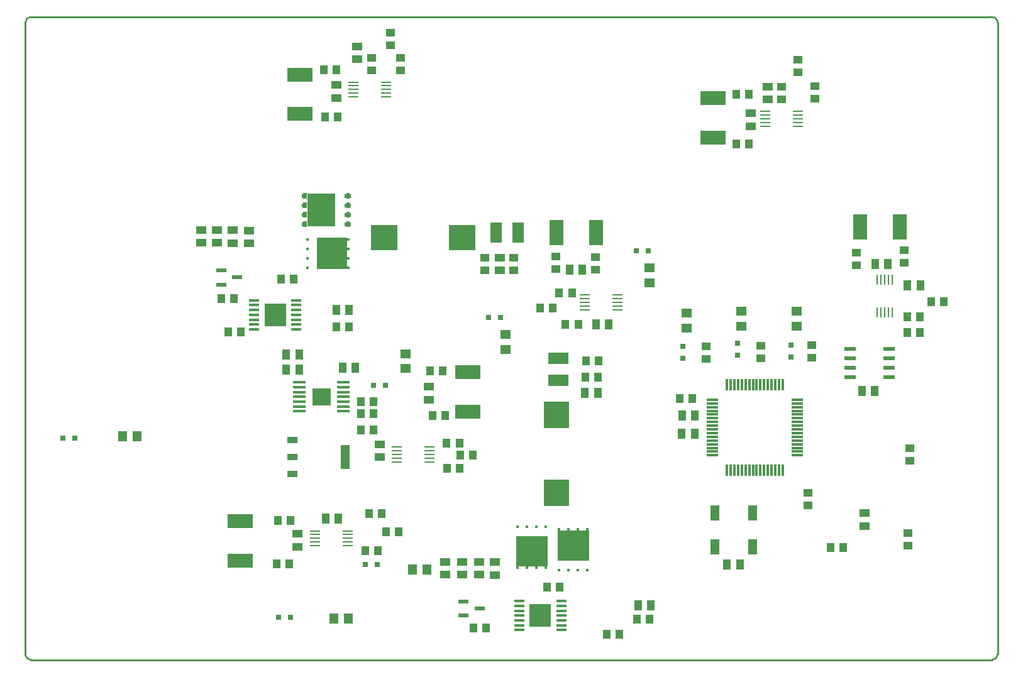
<source format=gtp>
G04*
G04 #@! TF.GenerationSoftware,Altium Limited,Altium Designer,19.1.8 (144)*
G04*
G04 Layer_Color=8421504*
%FSLAX44Y44*%
%MOMM*%
G71*
G01*
G75*
%ADD13C,0.2540*%
%ADD19R,1.7780X0.4064*%
%ADD20R,2.4600X2.3100*%
%ADD21R,1.9000X3.3700*%
%ADD22R,3.3700X1.9000*%
%ADD23R,1.4224X0.3302*%
%ADD24R,2.9972X3.0988*%
%ADD25R,1.4500X0.2540*%
%ADD26R,0.2540X1.4500*%
%ADD27R,0.8000X0.8000*%
%ADD28R,1.4500X1.2000*%
%ADD29R,1.3208X0.5588*%
%ADD30R,1.6002X2.6924*%
%ADD31R,1.2000X1.4500*%
%ADD32R,0.8000X0.8000*%
%ADD33R,1.5500X0.3000*%
%ADD34R,0.3000X1.5500*%
%ADD35R,1.0056X1.2000*%
%ADD36R,1.3800X1.1000*%
%ADD37R,1.2000X1.0056*%
%ADD38R,1.1000X1.3800*%
%ADD39R,1.3000X2.1000*%
%ADD40R,2.6924X1.6002*%
%ADD41R,3.4036X3.6576*%
%ADD42R,4.0905X4.2683*%
%ADD43R,0.4301X0.4501*%
%ADD44R,0.4501X0.4301*%
%ADD45R,4.2683X4.0905*%
%ADD46R,0.8500X0.5000*%
%ADD47R,0.8000X0.6000*%
%ADD48R,3.7500X4.4100*%
%ADD49R,1.3208X0.9398*%
%ADD50R,1.2700X3.3020*%
%ADD51R,3.6576X3.4036*%
%ADD52R,1.5000X0.6000*%
G36*
X436280Y621090D02*
X432280D01*
Y628590D01*
X436280D01*
Y621090D01*
D02*
G37*
G36*
X378730D02*
X373730D01*
Y628590D01*
X378730D01*
Y621090D01*
D02*
G37*
G36*
X436280Y608390D02*
X432280D01*
Y615890D01*
X436280D01*
Y608390D01*
D02*
G37*
G36*
X378730D02*
X373730D01*
Y615890D01*
X378730D01*
Y608390D01*
D02*
G37*
G36*
X414780Y606790D02*
X399780D01*
Y621790D01*
X414780D01*
Y606790D01*
D02*
G37*
G36*
X397780D02*
X382780D01*
Y621790D01*
X397780D01*
Y606790D01*
D02*
G37*
G36*
X436280Y595690D02*
X432280D01*
Y603190D01*
X436280D01*
Y595690D01*
D02*
G37*
G36*
X378730D02*
X373730D01*
Y603190D01*
X378730D01*
Y595690D01*
D02*
G37*
G36*
X414780Y589790D02*
X399780D01*
Y604790D01*
X414780D01*
Y589790D01*
D02*
G37*
G36*
X397780D02*
X382780D01*
Y604790D01*
X397780D01*
Y589790D01*
D02*
G37*
G36*
X436280Y582990D02*
X432280D01*
Y590490D01*
X436280D01*
Y582990D01*
D02*
G37*
G36*
X378730D02*
X373730D01*
Y590490D01*
X378730D01*
Y582990D01*
D02*
G37*
G36*
X426720Y550469D02*
X410870D01*
Y566166D01*
X426720D01*
Y550469D01*
D02*
G37*
G36*
X405869D02*
X393520D01*
Y566166D01*
X405869D01*
Y550469D01*
D02*
G37*
G36*
X426720Y528574D02*
X410870D01*
Y544271D01*
X426720D01*
Y528574D01*
D02*
G37*
G36*
X405869D02*
X393520D01*
Y544271D01*
X405869D01*
Y528574D01*
D02*
G37*
G36*
X411080Y342780D02*
X386480D01*
Y365880D01*
X411080D01*
Y342780D01*
D02*
G37*
G36*
X700786Y153612D02*
X685089D01*
Y165961D01*
X700786D01*
Y153612D01*
D02*
G37*
G36*
X678891D02*
X663194D01*
Y165961D01*
X678891D01*
Y153612D01*
D02*
G37*
G36*
X756666Y151790D02*
X740969D01*
Y167640D01*
X756666D01*
Y151790D01*
D02*
G37*
G36*
X734771D02*
X719074D01*
Y167640D01*
X734771D01*
Y151790D01*
D02*
G37*
G36*
X756666Y134440D02*
X740969D01*
Y146789D01*
X756666D01*
Y134440D01*
D02*
G37*
G36*
X734771D02*
X719074D01*
Y146789D01*
X734771D01*
Y134440D01*
D02*
G37*
G36*
X700786Y132761D02*
X685089D01*
Y148610D01*
X700786D01*
Y132761D01*
D02*
G37*
G36*
X678891D02*
X663194D01*
Y148610D01*
X678891D01*
Y132761D01*
D02*
G37*
D13*
X1301750Y0D02*
G03*
X1309370Y7620I0J7620D01*
G01*
Y858520D02*
G03*
X1300480Y866140I-8255J-635D01*
G01*
X7620D02*
G03*
X0Y858520I0J-7620D01*
G01*
Y7620D02*
G03*
X7620Y0I7620J0D01*
G01*
X1301750D01*
X1309370Y7620D02*
Y852170D01*
Y858520D01*
X7620Y866140D02*
X1300480D01*
X0Y7620D02*
Y858520D01*
D19*
X428498Y334830D02*
D03*
Y341330D02*
D03*
Y347830D02*
D03*
Y354330D02*
D03*
Y360830D02*
D03*
Y367330D02*
D03*
Y373830D02*
D03*
X369062D02*
D03*
Y367330D02*
D03*
Y360830D02*
D03*
Y354330D02*
D03*
Y347830D02*
D03*
Y341330D02*
D03*
Y334830D02*
D03*
D20*
X398780Y354330D02*
D03*
D21*
X715080Y575310D02*
D03*
X768280D02*
D03*
X1177150Y582930D02*
D03*
X1123950D02*
D03*
D22*
X595630Y387280D02*
D03*
Y334080D02*
D03*
X289560Y133490D02*
D03*
Y186690D02*
D03*
X369570Y788530D02*
D03*
Y735330D02*
D03*
X925830Y703650D02*
D03*
Y756850D02*
D03*
D23*
X308102Y484320D02*
D03*
Y477820D02*
D03*
Y471320D02*
D03*
Y464820D02*
D03*
Y458320D02*
D03*
Y451820D02*
D03*
Y445320D02*
D03*
X364998Y445320D02*
D03*
Y451820D02*
D03*
Y458320D02*
D03*
Y464820D02*
D03*
Y471320D02*
D03*
Y477820D02*
D03*
Y484320D02*
D03*
X721868Y79190D02*
D03*
Y72690D02*
D03*
Y66190D02*
D03*
Y59690D02*
D03*
Y53190D02*
D03*
Y46690D02*
D03*
Y40190D02*
D03*
X664972Y40190D02*
D03*
Y46690D02*
D03*
Y53190D02*
D03*
Y59690D02*
D03*
Y66190D02*
D03*
Y72690D02*
D03*
Y79190D02*
D03*
D24*
X336550Y464820D02*
D03*
X693420Y59690D02*
D03*
D25*
X485550Y758350D02*
D03*
Y763350D02*
D03*
Y768350D02*
D03*
Y773350D02*
D03*
Y778350D02*
D03*
X441550D02*
D03*
Y773350D02*
D03*
Y768350D02*
D03*
Y763350D02*
D03*
Y758350D02*
D03*
X797300Y491410D02*
D03*
Y486410D02*
D03*
Y481410D02*
D03*
Y476410D02*
D03*
Y471410D02*
D03*
X753300D02*
D03*
Y476410D02*
D03*
Y481410D02*
D03*
Y486410D02*
D03*
Y491410D02*
D03*
X543970Y266860D02*
D03*
Y271860D02*
D03*
Y276860D02*
D03*
Y281860D02*
D03*
Y286860D02*
D03*
X499970D02*
D03*
Y281860D02*
D03*
Y276860D02*
D03*
Y271860D02*
D03*
Y266860D02*
D03*
X390252Y153830D02*
D03*
Y158830D02*
D03*
Y163830D02*
D03*
Y168830D02*
D03*
Y173830D02*
D03*
X434252D02*
D03*
Y168830D02*
D03*
Y163830D02*
D03*
Y158830D02*
D03*
Y153830D02*
D03*
X1040540Y718980D02*
D03*
Y723980D02*
D03*
Y728980D02*
D03*
Y733980D02*
D03*
Y738980D02*
D03*
X996540D02*
D03*
Y733980D02*
D03*
Y728980D02*
D03*
Y723980D02*
D03*
Y718980D02*
D03*
D26*
X1146970Y512220D02*
D03*
X1151970D02*
D03*
X1156970D02*
D03*
X1161970D02*
D03*
X1166970D02*
D03*
Y468220D02*
D03*
X1161970D02*
D03*
X1156970D02*
D03*
X1151970D02*
D03*
X1146970D02*
D03*
D27*
X624080Y461010D02*
D03*
X640080D02*
D03*
X357250Y57150D02*
D03*
X341250D02*
D03*
X474090Y128270D02*
D03*
X458090D02*
D03*
X485140Y369870D02*
D03*
X469140D02*
D03*
X838580Y551180D02*
D03*
X822580D02*
D03*
X66420Y298450D02*
D03*
X50420D02*
D03*
D28*
X646430Y438150D02*
D03*
Y418150D02*
D03*
X840740Y508160D02*
D03*
Y528160D02*
D03*
X890270Y467040D02*
D03*
Y447040D02*
D03*
X963930Y469580D02*
D03*
Y449580D02*
D03*
X512130Y412590D02*
D03*
Y392590D02*
D03*
X1038860Y469580D02*
D03*
Y449580D02*
D03*
D29*
X285458Y515112D02*
D03*
X263614Y505714D02*
D03*
Y524510D02*
D03*
X590334Y78950D02*
D03*
Y60154D02*
D03*
X612178Y69552D02*
D03*
D30*
X663702Y575310D02*
D03*
X633730D02*
D03*
D31*
X415290Y55880D02*
D03*
X435290D02*
D03*
X541020Y121920D02*
D03*
X521020D02*
D03*
X150810Y300990D02*
D03*
X130810D02*
D03*
D32*
X1031240Y408032D02*
D03*
Y424032D02*
D03*
X885190Y422400D02*
D03*
Y406400D02*
D03*
X958850Y426210D02*
D03*
Y410210D02*
D03*
D33*
X1039880Y350560D02*
D03*
Y345560D02*
D03*
Y340560D02*
D03*
Y335560D02*
D03*
Y330560D02*
D03*
Y325560D02*
D03*
Y320560D02*
D03*
Y315560D02*
D03*
Y310560D02*
D03*
Y305560D02*
D03*
Y300560D02*
D03*
Y295560D02*
D03*
Y290560D02*
D03*
Y285560D02*
D03*
Y280560D02*
D03*
Y275560D02*
D03*
X924880D02*
D03*
Y280560D02*
D03*
Y285560D02*
D03*
Y290560D02*
D03*
Y295560D02*
D03*
Y300560D02*
D03*
Y305560D02*
D03*
Y310560D02*
D03*
Y315560D02*
D03*
Y320560D02*
D03*
Y325560D02*
D03*
Y330560D02*
D03*
Y335560D02*
D03*
Y340560D02*
D03*
Y345560D02*
D03*
Y350560D02*
D03*
D34*
X1019880Y255560D02*
D03*
X1014880D02*
D03*
X1009880D02*
D03*
X1004880D02*
D03*
X999880D02*
D03*
X994880D02*
D03*
X989880D02*
D03*
X984880D02*
D03*
X979880D02*
D03*
X974880D02*
D03*
X969880D02*
D03*
X964880D02*
D03*
X959880D02*
D03*
X954880D02*
D03*
X949880D02*
D03*
X944880D02*
D03*
Y370560D02*
D03*
X949880D02*
D03*
X954880D02*
D03*
X959880D02*
D03*
X964880D02*
D03*
X969880D02*
D03*
X974880D02*
D03*
X979880D02*
D03*
X984880D02*
D03*
X989880D02*
D03*
X994880D02*
D03*
X999880D02*
D03*
X1004880D02*
D03*
X1009880D02*
D03*
X1014880D02*
D03*
X1019880D02*
D03*
D35*
X880834Y351790D02*
D03*
X897890D02*
D03*
X1084580Y151130D02*
D03*
X1101636D02*
D03*
X719366Y97790D02*
D03*
X702310D02*
D03*
X361226Y513080D02*
D03*
X344170D02*
D03*
X772160Y402590D02*
D03*
X755104D02*
D03*
X770890Y381000D02*
D03*
X753834D02*
D03*
X585832Y275590D02*
D03*
X602888D02*
D03*
X567430Y292100D02*
D03*
X584486D02*
D03*
X585108Y257810D02*
D03*
X568052D02*
D03*
X561886Y389625D02*
D03*
X544830D02*
D03*
X565150Y328930D02*
D03*
X548094D02*
D03*
X603250Y42882D02*
D03*
X620306D02*
D03*
X823322Y54610D02*
D03*
X840378D02*
D03*
X782682Y34290D02*
D03*
X799738D02*
D03*
X710476Y473710D02*
D03*
X693420D02*
D03*
X744506Y452120D02*
D03*
X727450D02*
D03*
X718922Y494030D02*
D03*
X735978D02*
D03*
X418940Y448412D02*
D03*
X435996D02*
D03*
X290468Y441960D02*
D03*
X273412D02*
D03*
X263614Y486410D02*
D03*
X280670D02*
D03*
X1187812Y462280D02*
D03*
X1204868D02*
D03*
X1219562Y482600D02*
D03*
X1236618D02*
D03*
X1204868Y440690D02*
D03*
X1187812D02*
D03*
X957580Y762000D02*
D03*
X974636D02*
D03*
X957580Y694690D02*
D03*
X974636D02*
D03*
X402044Y795020D02*
D03*
X419100D02*
D03*
X403314Y731520D02*
D03*
X420370D02*
D03*
X451561Y309938D02*
D03*
X468617D02*
D03*
X451561Y347830D02*
D03*
X468617D02*
D03*
X452107Y331528D02*
D03*
X469163D02*
D03*
X339814Y187960D02*
D03*
X356870D02*
D03*
X338544Y129540D02*
D03*
X355600D02*
D03*
X474618Y147320D02*
D03*
X457562D02*
D03*
X462642Y196850D02*
D03*
X479698D02*
D03*
X485864Y172720D02*
D03*
X502920D02*
D03*
D36*
X1130300Y197600D02*
D03*
Y180340D02*
D03*
X477520Y273050D02*
D03*
Y290310D02*
D03*
X543560Y350520D02*
D03*
Y367780D02*
D03*
X632587Y131820D02*
D03*
Y114560D02*
D03*
X565150Y132080D02*
D03*
Y114820D02*
D03*
X610870Y132340D02*
D03*
Y115080D02*
D03*
X588010Y132080D02*
D03*
Y114820D02*
D03*
X638810Y524510D02*
D03*
Y541770D02*
D03*
X300990Y578340D02*
D03*
Y561080D02*
D03*
X236728Y579350D02*
D03*
Y562090D02*
D03*
X257810Y579350D02*
D03*
Y562090D02*
D03*
X279400Y578600D02*
D03*
Y561340D02*
D03*
X999490Y754900D02*
D03*
Y772160D02*
D03*
X976630Y719080D02*
D03*
Y736340D02*
D03*
X447040Y809250D02*
D03*
Y826510D02*
D03*
X419100Y756920D02*
D03*
Y774180D02*
D03*
X366122Y152660D02*
D03*
Y169920D02*
D03*
D37*
X1054100Y208280D02*
D03*
Y225336D02*
D03*
X1191260Y285349D02*
D03*
Y268293D02*
D03*
X1059180Y424180D02*
D03*
Y407124D02*
D03*
X990238Y423456D02*
D03*
Y406400D02*
D03*
X916940Y422186D02*
D03*
Y405130D02*
D03*
X1188720Y170726D02*
D03*
Y153670D02*
D03*
X714750Y543198D02*
D03*
Y526142D02*
D03*
X768090Y542836D02*
D03*
Y525780D02*
D03*
X657860Y541566D02*
D03*
Y524510D02*
D03*
X618490D02*
D03*
Y541566D02*
D03*
X1183281Y552088D02*
D03*
Y535032D02*
D03*
X1118870Y548786D02*
D03*
Y531730D02*
D03*
X1040130Y791572D02*
D03*
Y808628D02*
D03*
X1018540Y754742D02*
D03*
Y771798D02*
D03*
X1062990Y773068D02*
D03*
Y756012D02*
D03*
X491490Y827494D02*
D03*
Y844550D02*
D03*
X466090Y793750D02*
D03*
Y810806D02*
D03*
X505460D02*
D03*
Y793750D02*
D03*
D38*
X1126750Y361950D02*
D03*
X1144010D02*
D03*
X944880Y128270D02*
D03*
X962140D02*
D03*
X901180Y304800D02*
D03*
X883920D02*
D03*
X901440Y328930D02*
D03*
X884180D02*
D03*
X770890Y359410D02*
D03*
X753630D02*
D03*
X842512Y73660D02*
D03*
X825252D02*
D03*
X768610Y452120D02*
D03*
X785870D02*
D03*
X732790Y525780D02*
D03*
X750050D02*
D03*
X436200Y471320D02*
D03*
X418940D02*
D03*
X1187970Y504190D02*
D03*
X1205230D02*
D03*
X1144530Y533400D02*
D03*
X1161790D02*
D03*
X426980Y393700D02*
D03*
X444240D02*
D03*
X368808Y411480D02*
D03*
X351548D02*
D03*
X368808Y391160D02*
D03*
X351548D02*
D03*
X421482Y190500D02*
D03*
X404222D02*
D03*
D39*
X928370Y198400D02*
D03*
X979170D02*
D03*
Y152400D02*
D03*
X928370D02*
D03*
D40*
X717550Y376428D02*
D03*
Y406400D02*
D03*
D41*
X715010Y224790D02*
D03*
Y330200D02*
D03*
D42*
X412750Y547370D02*
D03*
D43*
X435021Y566420D02*
D03*
Y553720D02*
D03*
Y541020D02*
D03*
Y528320D02*
D03*
X380319D02*
D03*
Y541020D02*
D03*
Y553720D02*
D03*
Y566420D02*
D03*
D44*
X701040Y179161D02*
D03*
X688340D02*
D03*
X675640D02*
D03*
X662940D02*
D03*
Y124460D02*
D03*
X675640D02*
D03*
X688340D02*
D03*
X701040D02*
D03*
X718820Y175941D02*
D03*
X731520D02*
D03*
X744220D02*
D03*
X756920D02*
D03*
Y121239D02*
D03*
X744220D02*
D03*
X731520D02*
D03*
X718820D02*
D03*
D45*
X681990Y146731D02*
D03*
X737870Y153670D02*
D03*
D46*
X434280Y586740D02*
D03*
Y624840D02*
D03*
Y599440D02*
D03*
Y612140D02*
D03*
D47*
X376030Y624840D02*
D03*
Y612140D02*
D03*
Y599440D02*
D03*
Y586740D02*
D03*
D48*
X398780Y605790D02*
D03*
D49*
X359537Y296037D02*
D03*
Y273050D02*
D03*
Y250063D02*
D03*
D50*
X430530Y273050D02*
D03*
D51*
X483223Y568960D02*
D03*
X588633D02*
D03*
D52*
X1163320Y419100D02*
D03*
Y406400D02*
D03*
Y393700D02*
D03*
Y381000D02*
D03*
X1110320D02*
D03*
Y393700D02*
D03*
Y406400D02*
D03*
Y419100D02*
D03*
M02*

</source>
